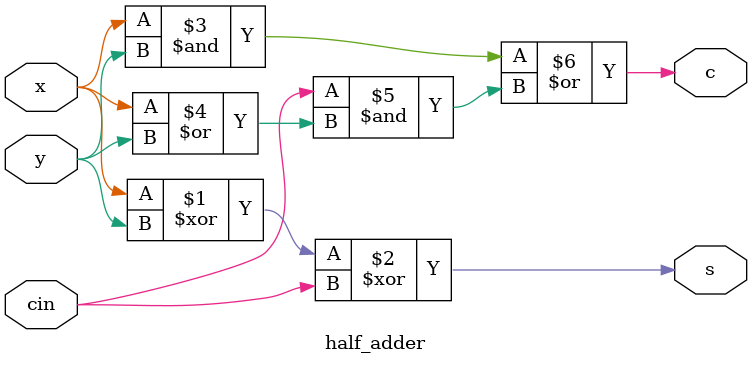
<source format=v>
module half_adder (x,y,cin,s,c);
input x,y,cin;
output s,c;
assign s=x^y^cin;
assign c=(x&y)|(cin&(x|y));
endmodule

</source>
